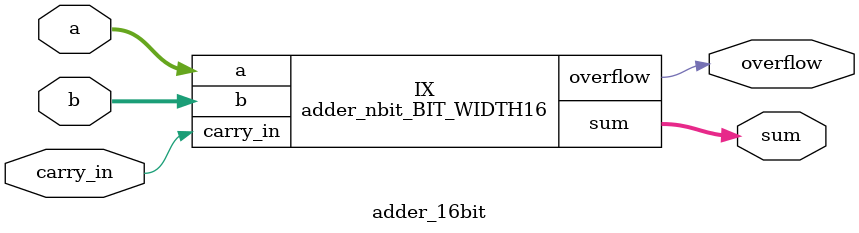
<source format=v>


module adder_1bit_15 ( a, b, carry_in, sum, carry_out );
  input a, b, carry_in;
  output sum, carry_out;
  wire   n2, n3;

  INVX2 U1 ( .A(n3), .Y(carry_out) );
  XOR2X1 U2 ( .A(carry_in), .B(n2), .Y(sum) );
  AOI22X1 U3 ( .A(b), .B(a), .C(n2), .D(carry_in), .Y(n3) );
  XOR2X1 U4 ( .A(a), .B(b), .Y(n2) );
endmodule


module adder_1bit_14 ( a, b, carry_in, sum, carry_out );
  input a, b, carry_in;
  output sum, carry_out;
  wire   n2, n3;

  INVX2 U1 ( .A(n3), .Y(carry_out) );
  XOR2X1 U2 ( .A(carry_in), .B(n2), .Y(sum) );
  AOI22X1 U3 ( .A(b), .B(a), .C(n2), .D(carry_in), .Y(n3) );
  XOR2X1 U4 ( .A(a), .B(b), .Y(n2) );
endmodule


module adder_1bit_0 ( a, b, carry_in, sum, carry_out );
  input a, b, carry_in;
  output sum, carry_out;
  wire   n4, n5;

  INVX2 U1 ( .A(n4), .Y(carry_out) );
  XOR2X1 U2 ( .A(carry_in), .B(n5), .Y(sum) );
  AOI22X1 U3 ( .A(b), .B(a), .C(n5), .D(carry_in), .Y(n4) );
  XOR2X1 U4 ( .A(a), .B(b), .Y(n5) );
endmodule


module adder_1bit_1 ( a, b, carry_in, sum, carry_out );
  input a, b, carry_in;
  output sum, carry_out;
  wire   n4, n5;

  INVX2 U1 ( .A(n4), .Y(carry_out) );
  XOR2X1 U2 ( .A(carry_in), .B(n5), .Y(sum) );
  AOI22X1 U3 ( .A(b), .B(a), .C(n5), .D(carry_in), .Y(n4) );
  XOR2X1 U4 ( .A(a), .B(b), .Y(n5) );
endmodule


module adder_1bit_2 ( a, b, carry_in, sum, carry_out );
  input a, b, carry_in;
  output sum, carry_out;
  wire   n4, n5;

  INVX2 U1 ( .A(n4), .Y(carry_out) );
  XOR2X1 U2 ( .A(carry_in), .B(n5), .Y(sum) );
  AOI22X1 U3 ( .A(b), .B(a), .C(n5), .D(carry_in), .Y(n4) );
  XOR2X1 U4 ( .A(a), .B(b), .Y(n5) );
endmodule


module adder_1bit_3 ( a, b, carry_in, sum, carry_out );
  input a, b, carry_in;
  output sum, carry_out;
  wire   n4, n5;

  INVX2 U1 ( .A(n4), .Y(carry_out) );
  XOR2X1 U2 ( .A(carry_in), .B(n5), .Y(sum) );
  AOI22X1 U3 ( .A(b), .B(a), .C(n5), .D(carry_in), .Y(n4) );
  XOR2X1 U4 ( .A(a), .B(b), .Y(n5) );
endmodule


module adder_1bit_4 ( a, b, carry_in, sum, carry_out );
  input a, b, carry_in;
  output sum, carry_out;
  wire   n4, n5;

  INVX2 U1 ( .A(n4), .Y(carry_out) );
  XOR2X1 U2 ( .A(carry_in), .B(n5), .Y(sum) );
  AOI22X1 U3 ( .A(b), .B(a), .C(n5), .D(carry_in), .Y(n4) );
  XOR2X1 U4 ( .A(a), .B(b), .Y(n5) );
endmodule


module adder_1bit_5 ( a, b, carry_in, sum, carry_out );
  input a, b, carry_in;
  output sum, carry_out;
  wire   n4, n5;

  INVX2 U1 ( .A(n4), .Y(carry_out) );
  XOR2X1 U2 ( .A(carry_in), .B(n5), .Y(sum) );
  AOI22X1 U3 ( .A(b), .B(a), .C(n5), .D(carry_in), .Y(n4) );
  XOR2X1 U4 ( .A(a), .B(b), .Y(n5) );
endmodule


module adder_1bit_6 ( a, b, carry_in, sum, carry_out );
  input a, b, carry_in;
  output sum, carry_out;
  wire   n4, n5;

  INVX2 U1 ( .A(n4), .Y(carry_out) );
  XOR2X1 U2 ( .A(carry_in), .B(n5), .Y(sum) );
  AOI22X1 U3 ( .A(b), .B(a), .C(n5), .D(carry_in), .Y(n4) );
  XOR2X1 U4 ( .A(a), .B(b), .Y(n5) );
endmodule


module adder_1bit_7 ( a, b, carry_in, sum, carry_out );
  input a, b, carry_in;
  output sum, carry_out;
  wire   n4, n5;

  INVX2 U1 ( .A(n4), .Y(carry_out) );
  XOR2X1 U2 ( .A(carry_in), .B(n5), .Y(sum) );
  AOI22X1 U3 ( .A(b), .B(a), .C(n5), .D(carry_in), .Y(n4) );
  XOR2X1 U4 ( .A(a), .B(b), .Y(n5) );
endmodule


module adder_1bit_8 ( a, b, carry_in, sum, carry_out );
  input a, b, carry_in;
  output sum, carry_out;
  wire   n4, n5;

  INVX2 U1 ( .A(n4), .Y(carry_out) );
  XOR2X1 U2 ( .A(carry_in), .B(n5), .Y(sum) );
  AOI22X1 U3 ( .A(b), .B(a), .C(n5), .D(carry_in), .Y(n4) );
  XOR2X1 U4 ( .A(a), .B(b), .Y(n5) );
endmodule


module adder_1bit_9 ( a, b, carry_in, sum, carry_out );
  input a, b, carry_in;
  output sum, carry_out;
  wire   n4, n5;

  INVX2 U1 ( .A(n4), .Y(carry_out) );
  XOR2X1 U2 ( .A(carry_in), .B(n5), .Y(sum) );
  AOI22X1 U3 ( .A(b), .B(a), .C(n5), .D(carry_in), .Y(n4) );
  XOR2X1 U4 ( .A(a), .B(b), .Y(n5) );
endmodule


module adder_1bit_10 ( a, b, carry_in, sum, carry_out );
  input a, b, carry_in;
  output sum, carry_out;
  wire   n4, n5;

  INVX2 U1 ( .A(n4), .Y(carry_out) );
  XOR2X1 U2 ( .A(carry_in), .B(n5), .Y(sum) );
  AOI22X1 U3 ( .A(b), .B(a), .C(n5), .D(carry_in), .Y(n4) );
  XOR2X1 U4 ( .A(a), .B(b), .Y(n5) );
endmodule


module adder_1bit_11 ( a, b, carry_in, sum, carry_out );
  input a, b, carry_in;
  output sum, carry_out;
  wire   n4, n5;

  INVX2 U1 ( .A(n4), .Y(carry_out) );
  XOR2X1 U2 ( .A(carry_in), .B(n5), .Y(sum) );
  AOI22X1 U3 ( .A(b), .B(a), .C(n5), .D(carry_in), .Y(n4) );
  XOR2X1 U4 ( .A(a), .B(b), .Y(n5) );
endmodule


module adder_1bit_12 ( a, b, carry_in, sum, carry_out );
  input a, b, carry_in;
  output sum, carry_out;
  wire   n4, n5;

  INVX2 U1 ( .A(n4), .Y(carry_out) );
  XOR2X1 U2 ( .A(carry_in), .B(n5), .Y(sum) );
  AOI22X1 U3 ( .A(b), .B(a), .C(n5), .D(carry_in), .Y(n4) );
  XOR2X1 U4 ( .A(a), .B(b), .Y(n5) );
endmodule


module adder_1bit_13 ( a, b, carry_in, sum, carry_out );
  input a, b, carry_in;
  output sum, carry_out;
  wire   n4, n5;

  INVX2 U1 ( .A(n4), .Y(carry_out) );
  XOR2X1 U2 ( .A(carry_in), .B(n5), .Y(sum) );
  AOI22X1 U3 ( .A(b), .B(a), .C(n5), .D(carry_in), .Y(n4) );
  XOR2X1 U4 ( .A(a), .B(b), .Y(n5) );
endmodule


module adder_nbit_BIT_WIDTH16 ( a, b, carry_in, sum, overflow );
  input [15:0] a;
  input [15:0] b;
  output [15:0] sum;
  input carry_in;
  output overflow;

  wire   [15:1] carrys;

  adder_1bit_15 \genblk1[0].IX  ( .a(a[0]), .b(b[0]), .carry_in(carry_in), 
        .sum(sum[0]), .carry_out(carrys[1]) );
  adder_1bit_14 \genblk1[1].IX  ( .a(a[1]), .b(b[1]), .carry_in(carrys[1]), 
        .sum(sum[1]), .carry_out(carrys[2]) );
  adder_1bit_13 \genblk1[2].IX  ( .a(a[2]), .b(b[2]), .carry_in(carrys[2]), 
        .sum(sum[2]), .carry_out(carrys[3]) );
  adder_1bit_12 \genblk1[3].IX  ( .a(a[3]), .b(b[3]), .carry_in(carrys[3]), 
        .sum(sum[3]), .carry_out(carrys[4]) );
  adder_1bit_11 \genblk1[4].IX  ( .a(a[4]), .b(b[4]), .carry_in(carrys[4]), 
        .sum(sum[4]), .carry_out(carrys[5]) );
  adder_1bit_10 \genblk1[5].IX  ( .a(a[5]), .b(b[5]), .carry_in(carrys[5]), 
        .sum(sum[5]), .carry_out(carrys[6]) );
  adder_1bit_9 \genblk1[6].IX  ( .a(a[6]), .b(b[6]), .carry_in(carrys[6]), 
        .sum(sum[6]), .carry_out(carrys[7]) );
  adder_1bit_8 \genblk1[7].IX  ( .a(a[7]), .b(b[7]), .carry_in(carrys[7]), 
        .sum(sum[7]), .carry_out(carrys[8]) );
  adder_1bit_7 \genblk1[8].IX  ( .a(a[8]), .b(b[8]), .carry_in(carrys[8]), 
        .sum(sum[8]), .carry_out(carrys[9]) );
  adder_1bit_6 \genblk1[9].IX  ( .a(a[9]), .b(b[9]), .carry_in(carrys[9]), 
        .sum(sum[9]), .carry_out(carrys[10]) );
  adder_1bit_5 \genblk1[10].IX  ( .a(a[10]), .b(b[10]), .carry_in(carrys[10]), 
        .sum(sum[10]), .carry_out(carrys[11]) );
  adder_1bit_4 \genblk1[11].IX  ( .a(a[11]), .b(b[11]), .carry_in(carrys[11]), 
        .sum(sum[11]), .carry_out(carrys[12]) );
  adder_1bit_3 \genblk1[12].IX  ( .a(a[12]), .b(b[12]), .carry_in(carrys[12]), 
        .sum(sum[12]), .carry_out(carrys[13]) );
  adder_1bit_2 \genblk1[13].IX  ( .a(a[13]), .b(b[13]), .carry_in(carrys[13]), 
        .sum(sum[13]), .carry_out(carrys[14]) );
  adder_1bit_1 \genblk1[14].IX  ( .a(a[14]), .b(b[14]), .carry_in(carrys[14]), 
        .sum(sum[14]), .carry_out(carrys[15]) );
  adder_1bit_0 \genblk1[15].IX  ( .a(a[15]), .b(b[15]), .carry_in(carrys[15]), 
        .sum(sum[15]), .carry_out(overflow) );
endmodule


module adder_16bit ( a, b, carry_in, sum, overflow );
  input [15:0] a;
  input [15:0] b;
  output [15:0] sum;
  input carry_in;
  output overflow;


  adder_nbit_BIT_WIDTH16 IX ( .a(a), .b(b), .carry_in(carry_in), .sum(sum), 
        .overflow(overflow) );
endmodule


</source>
